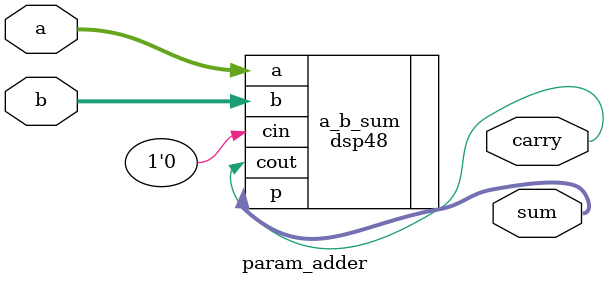
<source format=v>
module param_adder(
  input [WIDTH-1:0] a,
  input [WIDTH-1:0] b,
  output [WIDTH-1:0] sum,
  output carry
);

  parameter WIDTH = 8;

  dsp48 a_b_sum (
    .a(a),
    .b(b),
    .p(sum),
    .cin(1'b0),
    .cout(carry)
  );

endmodule
</source>
